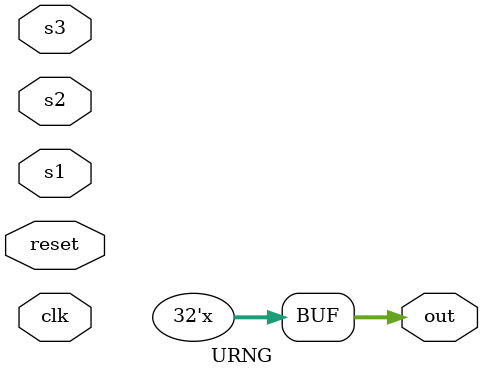
<source format=v>
module URNG(clk,reset,s1,s2,s3,out);

input reset,clk;
input [31:0] s1,s2,s3;
output [31:0] out;
reg [31:0] out;
reg [31:0] temp,temp1,temp2;
parameter const1=32'hFFFFFFFE,const2=32'hFFFFFFF8,const3=32'hFFFFFFF0;

always@(clk)
begin
	if(reset==1)
		begin
			temp <= s1;
			temp1 <= s2;		//seeds s1-s3
			temp2 <= s3; 
		end
	else
		begin
			temp <= ((((temp<<13) ^ temp)>>19)^((temp & const1)<<12));
			temp1 <= ((((temp1<<2) ^ temp1)>>25)^((temp1 & const2)<<4));
			temp2 <= ((((temp2<<13) ^ temp2)>>3)^((temp2 & const3)<<17));
		end

	out <= ((((temp<<13) ^ temp)>>19)^((temp & const1)<<12))^((((temp1<<2) ^ temp1)>>25)^((temp1 & const2)<<4))^((((temp2<<13) ^ temp2)>>3)^((temp2 & const3)<<17));
	
end

endmodule

</source>
